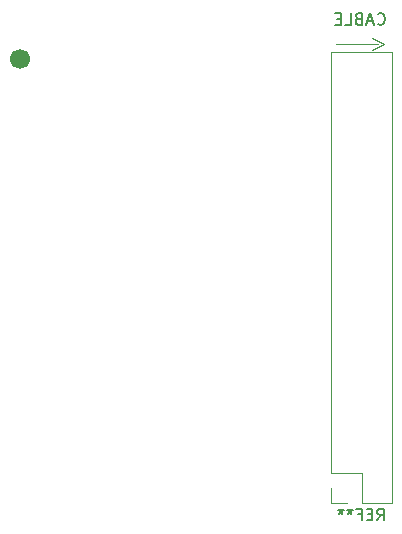
<source format=gbr>
%TF.GenerationSoftware,KiCad,Pcbnew,(6.0.5)*%
%TF.CreationDate,2022-06-23T14:56:38+02:00*%
%TF.ProjectId,advanced,61647661-6e63-4656-942e-6b696361645f,rev?*%
%TF.SameCoordinates,Original*%
%TF.FileFunction,Legend,Bot*%
%TF.FilePolarity,Positive*%
%FSLAX46Y46*%
G04 Gerber Fmt 4.6, Leading zero omitted, Abs format (unit mm)*
G04 Created by KiCad (PCBNEW (6.0.5)) date 2022-06-23 14:56:38*
%MOMM*%
%LPD*%
G01*
G04 APERTURE LIST*
%ADD10C,0.120000*%
%ADD11C,0.150000*%
%ADD12C,1.700000*%
G04 APERTURE END LIST*
D10*
X248920000Y-91948000D02*
X247904000Y-91440000D01*
X248920000Y-91948000D02*
X247904000Y-92456000D01*
X244856000Y-91948000D02*
X248412000Y-91948000D01*
D11*
X248364190Y-90273142D02*
X248411809Y-90320761D01*
X248554666Y-90368380D01*
X248649904Y-90368380D01*
X248792761Y-90320761D01*
X248888000Y-90225523D01*
X248935619Y-90130285D01*
X248983238Y-89939809D01*
X248983238Y-89796952D01*
X248935619Y-89606476D01*
X248888000Y-89511238D01*
X248792761Y-89416000D01*
X248649904Y-89368380D01*
X248554666Y-89368380D01*
X248411809Y-89416000D01*
X248364190Y-89463619D01*
X247983238Y-90082666D02*
X247507047Y-90082666D01*
X248078476Y-90368380D02*
X247745142Y-89368380D01*
X247411809Y-90368380D01*
X246745142Y-89844571D02*
X246602285Y-89892190D01*
X246554666Y-89939809D01*
X246507047Y-90035047D01*
X246507047Y-90177904D01*
X246554666Y-90273142D01*
X246602285Y-90320761D01*
X246697523Y-90368380D01*
X247078476Y-90368380D01*
X247078476Y-89368380D01*
X246745142Y-89368380D01*
X246649904Y-89416000D01*
X246602285Y-89463619D01*
X246554666Y-89558857D01*
X246554666Y-89654095D01*
X246602285Y-89749333D01*
X246649904Y-89796952D01*
X246745142Y-89844571D01*
X247078476Y-89844571D01*
X245602285Y-90368380D02*
X246078476Y-90368380D01*
X246078476Y-89368380D01*
X245268952Y-89844571D02*
X244935619Y-89844571D01*
X244792761Y-90368380D02*
X245268952Y-90368380D01*
X245268952Y-89368380D01*
X244792761Y-89368380D01*
%TO.C,REF\u002A\u002A*%
X248343333Y-132322380D02*
X248676666Y-131846190D01*
X248914761Y-132322380D02*
X248914761Y-131322380D01*
X248533809Y-131322380D01*
X248438571Y-131370000D01*
X248390952Y-131417619D01*
X248343333Y-131512857D01*
X248343333Y-131655714D01*
X248390952Y-131750952D01*
X248438571Y-131798571D01*
X248533809Y-131846190D01*
X248914761Y-131846190D01*
X247914761Y-131798571D02*
X247581428Y-131798571D01*
X247438571Y-132322380D02*
X247914761Y-132322380D01*
X247914761Y-131322380D01*
X247438571Y-131322380D01*
X246676666Y-131798571D02*
X247010000Y-131798571D01*
X247010000Y-132322380D02*
X247010000Y-131322380D01*
X246533809Y-131322380D01*
X246010000Y-131322380D02*
X246010000Y-131560476D01*
X246248095Y-131465238D02*
X246010000Y-131560476D01*
X245771904Y-131465238D01*
X246152857Y-131750952D02*
X246010000Y-131560476D01*
X245867142Y-131750952D01*
X245248095Y-131322380D02*
X245248095Y-131560476D01*
X245486190Y-131465238D02*
X245248095Y-131560476D01*
X245010000Y-131465238D01*
X245390952Y-131750952D02*
X245248095Y-131560476D01*
X245105238Y-131750952D01*
D10*
X247010000Y-130870000D02*
X249610000Y-130870000D01*
X244410000Y-129540000D02*
X244410000Y-130870000D01*
X244410000Y-92650000D02*
X249610000Y-92650000D01*
X244410000Y-128270000D02*
X244410000Y-92650000D01*
X244410000Y-130870000D02*
X245740000Y-130870000D01*
X249610000Y-130870000D02*
X249610000Y-92650000D01*
X244410000Y-128270000D02*
X247010000Y-128270000D01*
X247010000Y-128270000D02*
X247010000Y-130870000D01*
%TD*%
D12*
%TO.C, *%
X218059000Y-93218000D03*
%TD*%
M02*

</source>
